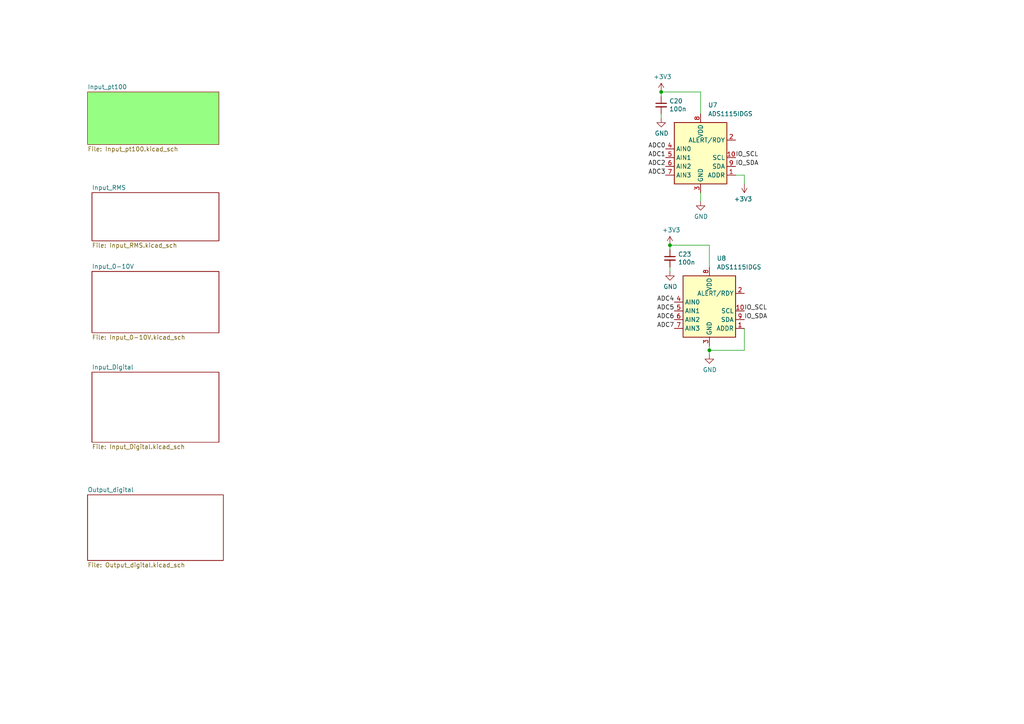
<source format=kicad_sch>
(kicad_sch (version 20250114) (generator "eeschema") (generator_version "9.0")
  (paper "A4")
  (lib_symbols
    (symbol "Analog_ADC:ADS1115IDGS"
      (property "Reference" "U" (at 2.54 13.97 0))
      (property "Value" "ADS1115IDGS" (at 7.62 11.43 0))
      (symbol "ADS1115IDGS_0_1"
        (rectangle (start -7.62 10.16) (end 7.62 -7.62) (stroke (width 0.254)) (fill (type background)))
      )
      (symbol "ADS1115IDGS_1_1"
        (pin input line (at -10.16 2.54 0) (length 2.54) (name "AIN0") (number "4"))
        (pin input line (at -10.16 0 0) (length 2.54) (name "AIN1") (number "5"))
        (pin input line (at -10.16 -2.54 0) (length 2.54) (name "AIN2") (number "6"))
        (pin input line (at -10.16 -5.08 0) (length 2.54) (name "AIN3") (number "7"))
        (pin power_in line (at 0 12.7 270) (length 2.54) (name "VDD") (number "8"))
        (pin power_in line (at 0 -10.16 90) (length 2.54) (name "GND") (number "3"))
        (pin output line (at 10.16 5.08 180) (length 2.54) (name "ALERT/RDY") (number "2"))
        (pin input line (at 10.16 0 180) (length 2.54) (name "SCL") (number "10"))
        (pin bidirectional line (at 10.16 -2.54 180) (length 2.54) (name "SDA") (number "9"))
        (pin input line (at 10.16 -5.08 180) (length 2.54) (name "ADDR") (number "1"))
      )
    )
    (symbol "Device:C_Small" (pin_numbers (hide yes)) (pin_names (offset 0.254) (hide yes))
      (property "Reference" "C" (at 0.254 1.778 0))
      (property "Value" "C_Small" (at 0.254 -2.032 0))
      (symbol "C_Small_0_1"
        (polyline (pts (xy -1.524 0.508) (xy 1.524 0.508)) (stroke (width 0.3048)))
        (polyline (pts (xy -1.524 -0.508) (xy 1.524 -0.508)) (stroke (width 0.3302)))
      )
      (symbol "C_Small_1_1"
        (pin passive line (at 0 2.54 270) (length 2.032) (name "~") (number "1"))
        (pin passive line (at 0 -2.54 90) (length 2.032) (name "~") (number "2"))
      )
    )
    (symbol "Mega-BLDC-cache:+3.3V" (power) (pin_names (offset 0))
      (property "Value" "+3.3V" (at 0 3.556 0))
      (symbol "+3.3V_0_1"
        (polyline (pts (xy -0.762 1.27) (xy 0 2.54)))
        (polyline (pts (xy 0 2.54) (xy 0.762 1.27)))
        (polyline (pts (xy 0 0) (xy 0 2.54)))
      )
      (symbol "+3.3V_1_1"
        (pin power_in line (at 0 0 90) (length 0) (hide yes) (name "+3V3") (number "1"))
      )
    )
    (symbol "power:GND" (power) (pin_names (offset 0))
      (property "Value" "GND" (at 0 -3.81 0))
      (symbol "GND_0_1"
        (polyline (pts (xy 0 0) (xy 0 -1.27) (xy 1.27 -1.27) (xy 0 -2.54) (xy -1.27 -1.27) (xy 0 -1.27)))
      )
      (symbol "GND_1_1"
        (pin power_in line (at 0 0 270) (length 0) (hide yes) (name "GND") (number "1"))
      )
    )
  )
  (junction (at 194.31 71.12))
  (junction (at 191.77 26.67))
  (junction (at 205.74 101.6))
  (wire (pts (xy 194.31 77.47) (xy 194.31 78.74)))
  (wire (pts (xy 205.74 77.47) (xy 205.74 71.12)))
  (wire (pts (xy 203.2 55.88) (xy 203.2 58.42)))
  (wire (pts (xy 191.77 26.67) (xy 203.2 26.67)))
  (wire (pts (xy 215.9 101.6) (xy 205.74 101.6)))
  (wire (pts (xy 194.31 71.12) (xy 194.31 72.39)))
  (wire (pts (xy 215.9 95.25) (xy 215.9 101.6)))
  (wire (pts (xy 194.31 71.12) (xy 205.74 71.12)))
  (wire (pts (xy 215.9 50.8) (xy 213.36 50.8)))
  (wire (pts (xy 215.9 53.34) (xy 215.9 50.8)))
  (wire (pts (xy 205.74 100.33) (xy 205.74 101.6)))
  (wire (pts (xy 203.2 33.02) (xy 203.2 26.67)))
  (wire (pts (xy 191.77 33.02) (xy 191.77 34.29)))
  (wire (pts (xy 191.77 26.67) (xy 191.77 27.94)))
  (wire (pts (xy 205.74 101.6) (xy 205.74 102.87)))
  (label "ADC3" (at 193.04 50.8 180))
  (label "ADC4" (at 195.58 87.63 180))
  (label "IO_SCL" (at 215.9 90.17 0))
  (label "IO_SCL" (at 213.36 45.72 0))
  (label "IO_SDA" (at 213.36 48.26 0))
  (label "ADC0" (at 193.04 43.18 180))
  (label "IO_SDA" (at 215.9 92.71 0))
  (label "ADC2" (at 193.04 48.26 180))
  (label "ADC6" (at 195.58 92.71 180))
  (label "ADC1" (at 193.04 45.72 180))
  (label "ADC7" (at 195.58 95.25 180))
  (label "ADC5" (at 195.58 90.17 180))
  (symbol (lib_id "power:GND") (at 191.77 34.29 0) (unit 1)
    (property "Reference" "#PWR0127" (effects (hide yes)))
    (property "Value" "GND" (at 191.897 38.6842 0))
  )
  (symbol (lib_id "Analog_ADC:ADS1115IDGS") (at 205.74 90.17 0) (unit 1)
    (property "Reference" "U8" (at 207.8833 74.93 0) (effects (justify left)))
    (property "Value" "ADS1115IDGS" (at 207.8833 77.47 0) (effects (justify left)))
    (property "Footprint" "Package_SO:VSSOP-10_3x3mm_P0.5mm" (effects (hide yes)))
    (property "Datasheet" "http://www.ti.com/lit/ds/symlink/ads1113.pdf" (effects (hide yes)))
    (property "Description" "Ultra-Small, Low-Power, I2C-Compatible, 860-SPS, 16-Bit ADCs With Internal Reference, Oscillator, and Programmable Comparator, VSSOP-10" (effects (hide yes)))
  )
  (symbol (lib_id "power:GND") (at 205.74 102.87 0) (unit 1)
    (property "Reference" "#PWR0131" (effects (hide yes)))
    (property "Value" "GND" (at 205.867 107.2642 0))
  )
  (symbol (lib_id "Mega-BLDC-cache:+3.3V") (at 215.9 53.34 180) (unit 1)
    (property "Reference" "#PWR034" (effects (hide yes)))
    (property "Value" "+3V3" (at 215.519 57.7342 0))
  )
  (symbol (lib_id "Mega-BLDC-cache:+3.3V") (at 191.77 26.67 0) (unit 1)
    (property "Reference" "#PWR09" (effects (hide yes)))
    (property "Value" "+3V3" (at 192.151 22.2758 0))
  )
  (symbol (lib_id "Mega-BLDC-cache:+3.3V") (at 194.31 71.12 0) (unit 1)
    (property "Reference" "#PWR033" (effects (hide yes)))
    (property "Value" "+3V3" (at 194.691 66.7258 0))
  )
  (symbol (lib_id "power:GND") (at 203.2 58.42 0) (unit 1)
    (property "Reference" "#PWR0126" (effects (hide yes)))
    (property "Value" "GND" (at 203.327 62.8142 0))
  )
  (symbol (lib_id "Analog_ADC:ADS1115IDGS") (at 203.2 45.72 0) (unit 1)
    (property "Reference" "U7" (at 205.3433 30.48 0) (effects (justify left)))
    (property "Value" "ADS1115IDGS" (at 205.3433 33.02 0) (effects (justify left)))
    (property "Footprint" "Package_SO:VSSOP-10_3x3mm_P0.5mm" (effects (hide yes)))
    (property "Datasheet" "http://www.ti.com/lit/ds/symlink/ads1113.pdf" (effects (hide yes)))
    (property "Description" "Ultra-Small, Low-Power, I2C-Compatible, 860-SPS, 16-Bit ADCs With Internal Reference, Oscillator, and Programmable Comparator, VSSOP-10" (effects (hide yes)))
  )
  (symbol (lib_id "power:GND") (at 194.31 78.74 0) (unit 1)
    (property "Reference" "#PWR0130" (effects (hide yes)))
    (property "Value" "GND" (at 194.437 83.1342 0))
  )
  (symbol (lib_id "Device:C_Small") (at 191.77 30.48 0) (unit 1)
    (property "Reference" "C20" (at 194.1068 29.3116 0) (effects (justify left)))
    (property "Value" "100n" (at 194.1068 31.623 0) (effects (justify left)))
    (property "Footprint" "Capacitor_SMD:C_0603_1608Metric" (effects (hide yes)))
  )
  (symbol (lib_id "Device:C_Small") (at 194.31 74.93 0) (unit 1)
    (property "Reference" "C23" (at 196.6468 73.7616 0) (effects (justify left)))
    (property "Value" "100n" (at 196.6468 76.073 0) (effects (justify left)))
    (property "Footprint" "Capacitor_SMD:C_0603_1608Metric" (effects (hide yes)))
  )
  (sheet (at 25.4 143.51) (size 39.37 19.05) (stroke (width 0.1524))
    (property "Sheetname" "Output_digital" (at 25.4 142.7984 0) (effects (justify left bottom)))
    (property "Sheetfile" "Output_digital.kicad_sch" (at 25.4 163.1446 0) (effects (justify left top)))
  )
  (sheet (at 26.67 55.88) (size 36.83 13.97) (stroke (width 0.1524))
    (property "Sheetname" "Input_RMS" (at 26.67 55.1684 0) (effects (justify left bottom)))
    (property "Sheetfile" "Input_RMS.kicad_sch" (at 26.67 70.4346 0) (effects (justify left top)))
  )
  (sheet (at 25.4 26.67) (size 38.1 15.24) (stroke (width 0.1524)) (fill (color 150 255 131 1.0000))
    (property "Sheetname" "Input_pt100" (at 25.4 25.9584 0) (effects (justify left bottom)))
    (property "Sheetfile" "Input_pt100.kicad_sch" (at 25.4 42.4946 0) (effects (justify left top)))
  )
  (sheet (at 26.67 78.74) (size 36.83 17.78) (stroke (width 0.1524))
    (property "Sheetname" "Input_0-10V" (at 26.67 78.0284 0) (effects (justify left bottom)))
    (property "Sheetfile" "Input_0-10V.kicad_sch" (at 26.67 97.1046 0) (effects (justify left top)))
  )
  (sheet (at 26.67 107.95) (size 36.83 20.32) (stroke (width 0.1524))
    (property "Sheetname" "Input_Digital" (at 26.67 107.2384 0) (effects (justify left bottom)))
    (property "Sheetfile" "Input_Digital.kicad_sch" (at 26.67 128.8546 0) (effects (justify left top)))
  )
)
</source>
